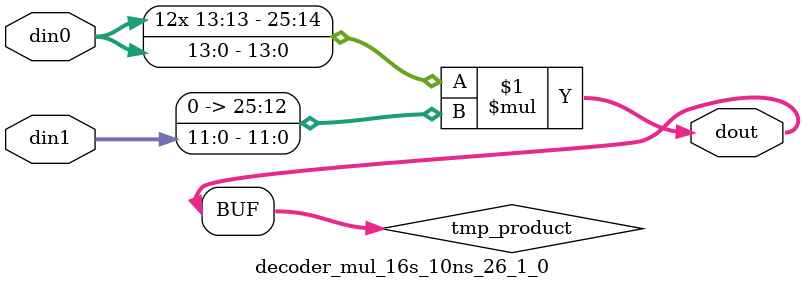
<source format=v>

`timescale 1 ns / 1 ps

 module decoder_mul_16s_10ns_26_1_0(din0, din1, dout);
parameter ID = 1;
parameter NUM_STAGE = 0;
parameter din0_WIDTH = 14;
parameter din1_WIDTH = 12;
parameter dout_WIDTH = 26;

input [din0_WIDTH - 1 : 0] din0; 
input [din1_WIDTH - 1 : 0] din1; 
output [dout_WIDTH - 1 : 0] dout;

wire signed [dout_WIDTH - 1 : 0] tmp_product;


























assign tmp_product = $signed(din0) * $signed({1'b0, din1});









assign dout = tmp_product;





















endmodule

</source>
